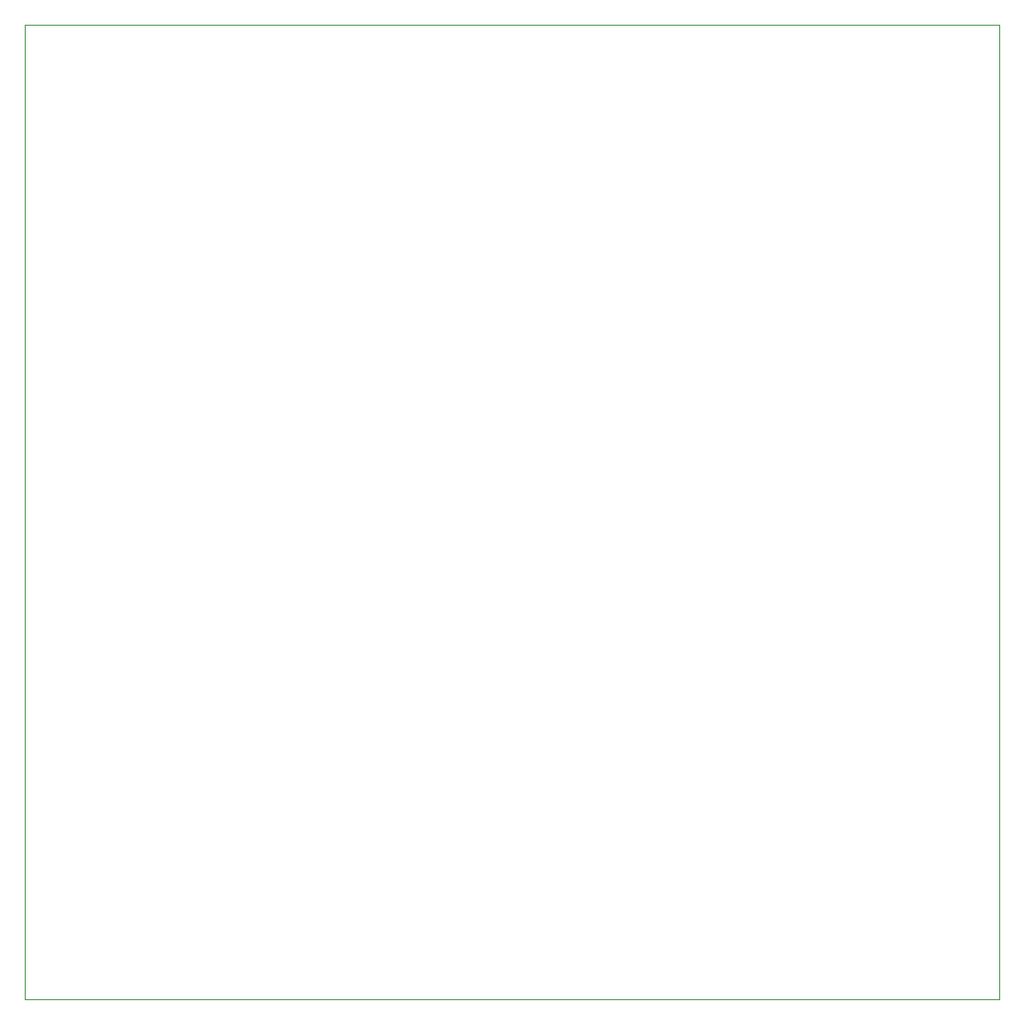
<source format=gbr>
%TF.GenerationSoftware,KiCad,Pcbnew,7.0.7*%
%TF.CreationDate,2023-11-10T08:01:12-05:00*%
%TF.ProjectId,CubeSat,43756265-5361-4742-9e6b-696361645f70,rev?*%
%TF.SameCoordinates,Original*%
%TF.FileFunction,Profile,NP*%
%FSLAX46Y46*%
G04 Gerber Fmt 4.6, Leading zero omitted, Abs format (unit mm)*
G04 Created by KiCad (PCBNEW 7.0.7) date 2023-11-10 08:01:12*
%MOMM*%
%LPD*%
G01*
G04 APERTURE LIST*
%TA.AperFunction,Profile*%
%ADD10C,0.100000*%
%TD*%
G04 APERTURE END LIST*
D10*
X50000000Y-25000000D02*
X140000000Y-25000000D01*
X140000000Y-25000000D02*
X140000000Y-115000000D01*
X50000000Y-115000000D02*
X140000000Y-115000000D01*
X50000000Y-25000000D02*
X50000000Y-115000000D01*
M02*

</source>
